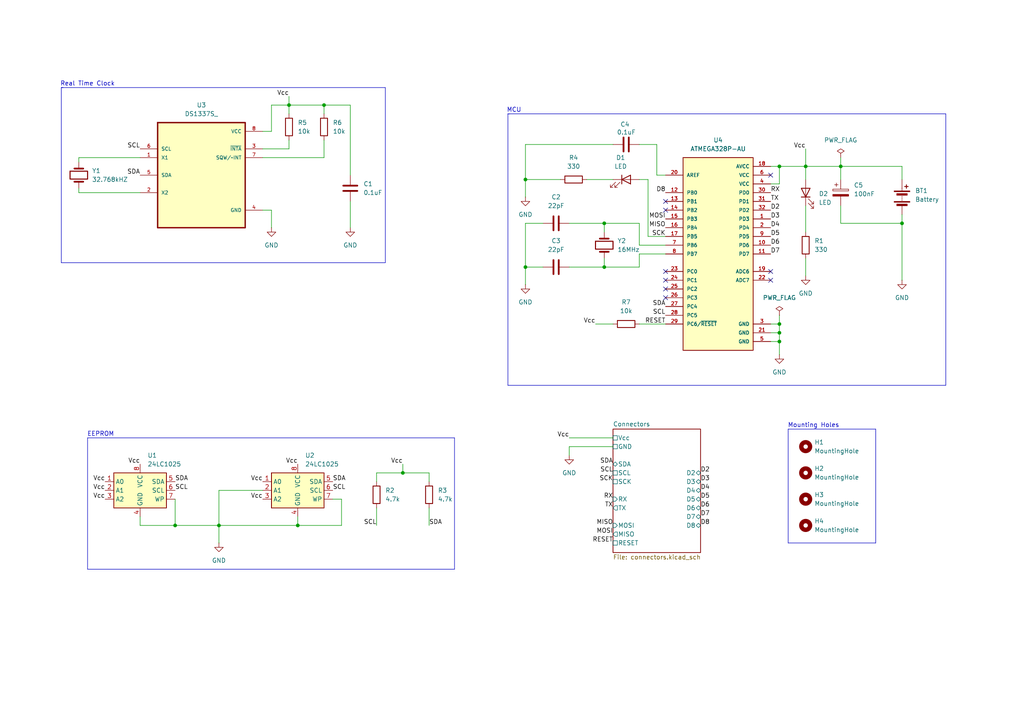
<source format=kicad_sch>
(kicad_sch (version 20250114) (generator "eeschema") (generator_version "9.0")
  (paper "A4")
  (title_block (title "${project_name}") (date "2025-11-02") (rev "1") (company "Mad Tech T"))
  (lib_symbols
    (symbol "ATMEGA328P-AU:ATMEGA328P-AU" (pin_names (offset 1.016))
      (property "Reference" "U4" (at 0 33.02 0))
      (property "Value" "ATMEGA328P-AU" (at 0 30.48 0))
      (symbol "ATMEGA328P-AU_0_0"
        (rectangle (start -10.16 -27.94) (end 10.16 27.94) (stroke (width 0.254)) (fill (type background)))
        (pin input line (at -15.24 22.86 0) (length 5.08) (name "AREF") (number "20"))
        (pin bidirectional line (at -15.24 17.78 0) (length 5.08) (name "PB0") (number "12"))
        (pin bidirectional line (at -15.24 15.24 0) (length 5.08) (name "PB1") (number "13"))
        (pin bidirectional line (at -15.24 12.7 0) (length 5.08) (name "PB2") (number "14"))
        (pin bidirectional line (at -15.24 10.16 0) (length 5.08) (name "PB3") (number "15"))
        (pin bidirectional line (at -15.24 7.62 0) (length 5.08) (name "PB4") (number "16"))
        (pin bidirectional line (at -15.24 5.08 0) (length 5.08) (name "PB5") (number "17"))
        (pin bidirectional line (at -15.24 2.54 0) (length 5.08) (name "PB6") (number "7"))
        (pin bidirectional line (at -15.24 0 0) (length 5.08) (name "PB7") (number "8"))
        (pin bidirectional line (at -15.24 -5.08 0) (length 5.08) (name "PC0") (number "23"))
        (pin bidirectional line (at -15.24 -7.62 0) (length 5.08) (name "PC1") (number "24"))
        (pin bidirectional line (at -15.24 -10.16 0) (length 5.08) (name "PC2") (number "25"))
        (pin bidirectional line (at -15.24 -12.7 0) (length 5.08) (name "PC3") (number "26"))
        (pin bidirectional line (at -15.24 -15.24 0) (length 5.08) (name "PC4") (number "27"))
        (pin bidirectional line (at -15.24 -17.78 0) (length 5.08) (name "PC5") (number "28"))
        (pin bidirectional line (at -15.24 -20.32 0) (length 5.08) (name "PC6/~{RESET}") (number "29"))
        (pin power_in line (at 15.24 25.4 180) (length 5.08) (name "AVCC") (number "18"))
        (pin power_in line (at 15.24 22.86 180) (length 5.08) (name "VCC") (number "6"))
        (pin power_in line (at 15.24 20.32 180) (length 5.08) (name "VCC") (number "4"))
        (pin bidirectional line (at 15.24 17.78 180) (length 5.08) (name "PD0") (number "30"))
        (pin bidirectional line (at 15.24 15.24 180) (length 5.08) (name "PD1") (number "31"))
        (pin bidirectional line (at 15.24 12.7 180) (length 5.08) (name "PD2") (number "32"))
        (pin bidirectional line (at 15.24 10.16 180) (length 5.08) (name "PD3") (number "1"))
        (pin bidirectional line (at 15.24 7.62 180) (length 5.08) (name "PD4") (number "2"))
        (pin bidirectional line (at 15.24 5.08 180) (length 5.08) (name "PD5") (number "9"))
        (pin bidirectional line (at 15.24 2.54 180) (length 5.08) (name "PD6") (number "10"))
        (pin bidirectional line (at 15.24 0 180) (length 5.08) (name "PD7") (number "11"))
        (pin bidirectional line (at 15.24 -5.08 180) (length 5.08) (name "ADC6") (number "19"))
        (pin bidirectional line (at 15.24 -7.62 180) (length 5.08) (name "ADC7") (number "22"))
        (pin power_in line (at 15.24 -20.32 180) (length 5.08) (name "GND") (number "3"))
        (pin power_in line (at 15.24 -22.86 180) (length 5.08) (name "GND") (number "21"))
        (pin power_in line (at 15.24 -25.4 180) (length 5.08) (name "GND") (number "5"))
      )
    )
    (symbol "DS1337S_:DS1337S_" (pin_names (offset 1.016))
      (property "Reference" "U" (at -12.7 16.24 0))
      (property "Value" "DS1337S_" (at -12.7 -19.24 0))
      (symbol "DS1337S__0_0"
        (rectangle (start -12.7 -15.24) (end 12.7 15.24) (stroke (width 0.41)) (fill (type background)))
        (pin input line (at -17.78 7.62 0) (length 5.08) (name "SCL") (number "6"))
        (pin input line (at -17.78 5.08 0) (length 5.08) (name "X1") (number "1"))
        (pin bidirectional line (at -17.78 0 0) (length 5.08) (name "SDA") (number "5"))
        (pin bidirectional line (at -17.78 -5.08 0) (length 5.08) (name "X2") (number "2"))
        (pin power_in line (at 17.78 12.7 180) (length 5.08) (name "VCC") (number "8"))
        (pin output line (at 17.78 7.62 180) (length 5.08) (name "~{INTA}") (number "3"))
        (pin output line (at 17.78 5.08 180) (length 5.08) (name "SQW/~INT") (number "7"))
        (pin power_in line (at 17.78 -10.16 180) (length 5.08) (name "GND") (number "4"))
      )
    )
    (symbol "Device:Battery" (pin_numbers (hide yes)) (pin_names (offset 0) (hide yes))
      (property "Reference" "BT" (at 2.54 2.54 0))
      (property "Value" "Battery" (at 2.54 0 0))
      (symbol "Battery_0_1"
        (rectangle (start -2.286 1.778) (end 2.286 1.524) (fill (type outline)))
        (rectangle (start -2.286 -1.27) (end 2.286 -1.524) (fill (type outline)))
        (rectangle (start -1.524 1.016) (end 1.524 0.508) (fill (type outline)))
        (rectangle (start -1.524 -2.032) (end 1.524 -2.54) (fill (type outline)))
        (polyline (pts (xy 0 1.778) (xy 0 2.54)))
        (polyline (pts (xy 0 0) (xy 0 0.254)))
        (polyline (pts (xy 0 -0.508) (xy 0 -0.254)))
        (polyline (pts (xy 0 -1.016) (xy 0 -0.762)))
        (polyline (pts (xy 0.762 3.048) (xy 1.778 3.048)) (stroke (width 0.254)))
        (polyline (pts (xy 1.27 3.556) (xy 1.27 2.54)) (stroke (width 0.254)))
      )
      (symbol "Battery_1_1"
        (pin passive line (at 0 5.08 270) (length 2.54) (name "+") (number "1"))
        (pin passive line (at 0 -5.08 90) (length 2.54) (name "-") (number "2"))
      )
    )
    (symbol "Device:C" (pin_numbers (hide yes)) (pin_names (offset 0.254))
      (property "Reference" "C" (at 0.635 2.54 0))
      (property "Value" "C" (at 0.635 -2.54 0))
      (symbol "C_0_1"
        (polyline (pts (xy -2.032 0.762) (xy 2.032 0.762)) (stroke (width 0.508)))
        (polyline (pts (xy -2.032 -0.762) (xy 2.032 -0.762)) (stroke (width 0.508)))
      )
      (symbol "C_1_1"
        (pin passive line (at 0 3.81 270) (length 2.794) (name "~") (number "1"))
        (pin passive line (at 0 -3.81 90) (length 2.794) (name "~") (number "2"))
      )
    )
    (symbol "Device:C_Polarized" (pin_numbers (hide yes)) (pin_names (offset 0.254))
      (property "Reference" "C" (at 0.635 2.54 0))
      (property "Value" "C_Polarized" (at 0.635 -2.54 0))
      (symbol "C_Polarized_0_1"
        (rectangle (start -2.286 0.508) (end 2.286 1.016))
        (polyline (pts (xy -1.778 2.286) (xy -0.762 2.286)))
        (polyline (pts (xy -1.27 2.794) (xy -1.27 1.778)))
        (rectangle (start 2.286 -0.508) (end -2.286 -1.016) (fill (type outline)))
      )
      (symbol "C_Polarized_1_1"
        (pin passive line (at 0 3.81 270) (length 2.794) (name "~") (number "1"))
        (pin passive line (at 0 -3.81 90) (length 2.794) (name "~") (number "2"))
      )
    )
    (symbol "Device:Crystal" (pin_numbers (hide yes)) (pin_names (offset 1.016) (hide yes))
      (property "Reference" "Y" (at 0 3.81 0))
      (property "Value" "Crystal" (at 0 -3.81 0))
      (symbol "Crystal_0_1"
        (polyline (pts (xy -2.54 0) (xy -1.905 0)))
        (polyline (pts (xy -1.905 -1.27) (xy -1.905 1.27)) (stroke (width 0.508)))
        (rectangle (start -1.143 2.54) (end 1.143 -2.54) (stroke (width 0.3048)))
        (polyline (pts (xy 1.905 -1.27) (xy 1.905 1.27)) (stroke (width 0.508)))
        (polyline (pts (xy 2.54 0) (xy 1.905 0)))
      )
      (symbol "Crystal_1_1"
        (pin passive line (at -3.81 0 0) (length 1.27) (name "1") (number "1"))
        (pin passive line (at 3.81 0 180) (length 1.27) (name "2") (number "2"))
      )
    )
    (symbol "Device:LED" (pin_numbers (hide yes)) (pin_names (offset 1.016) (hide yes))
      (property "Reference" "D" (at 0 2.54 0))
      (property "Value" "LED" (at 0 -2.54 0))
      (symbol "LED_0_1"
        (polyline (pts (xy -3.048 -0.762) (xy -4.572 -2.286) (xy -3.81 -2.286) (xy -4.572 -2.286) (xy -4.572 -1.524)))
        (polyline (pts (xy -1.778 -0.762) (xy -3.302 -2.286) (xy -2.54 -2.286) (xy -3.302 -2.286) (xy -3.302 -1.524)))
        (polyline (pts (xy -1.27 0) (xy 1.27 0)))
        (polyline (pts (xy -1.27 -1.27) (xy -1.27 1.27)) (stroke (width 0.254)))
        (polyline (pts (xy 1.27 -1.27) (xy 1.27 1.27) (xy -1.27 0) (xy 1.27 -1.27)) (stroke (width 0.254)))
      )
      (symbol "LED_1_1"
        (pin passive line (at -3.81 0 0) (length 2.54) (name "K") (number "1"))
        (pin passive line (at 3.81 0 180) (length 2.54) (name "A") (number "2"))
      )
    )
    (symbol "Device:R" (pin_numbers (hide yes)) (pin_names (offset 0))
      (property "Reference" "R" (at 2.032 0 90))
      (property "Value" "R" (at 0 0 90))
      (symbol "R_0_1"
        (rectangle (start -1.016 -2.54) (end 1.016 2.54) (stroke (width 0.254)))
      )
      (symbol "R_1_1"
        (pin passive line (at 0 3.81 270) (length 1.27) (name "~") (number "1"))
        (pin passive line (at 0 -3.81 90) (length 1.27) (name "~") (number "2"))
      )
    )
    (symbol "Mechanical:MountingHole" (pin_names (offset 1.016)) (in_bom no)
      (property "Reference" "H" (at 0 5.08 0))
      (property "Value" "MountingHole" (at 0 3.175 0))
      (symbol "MountingHole_0_1"
        (circle (center 0 0) (radius 1.27) (stroke (width 1.27)))
      )
    )
    (symbol "Memory_EEPROM:24LC1025"
      (property "Reference" "U" (at -6.35 6.35 0))
      (property "Value" "24LC1025" (at 1.27 6.35 0))
      (symbol "24LC1025_1_1"
        (rectangle (start -7.62 5.08) (end 7.62 -5.08) (stroke (width 0.254)) (fill (type background)))
        (pin input line (at -10.16 2.54 0) (length 2.54) (name "A0") (number "1"))
        (pin input line (at -10.16 0 0) (length 2.54) (name "A1") (number "2"))
        (pin input line (at -10.16 -2.54 0) (length 2.54) (name "A2") (number "3"))
        (pin power_in line (at 0 7.62 270) (length 2.54) (name "VCC") (number "8"))
        (pin power_in line (at 0 -7.62 90) (length 2.54) (name "GND") (number "4"))
        (pin bidirectional line (at 10.16 2.54 180) (length 2.54) (name "SDA") (number "5"))
        (pin input line (at 10.16 0 180) (length 2.54) (name "SCL") (number "6"))
        (pin input line (at 10.16 -2.54 180) (length 2.54) (name "WP") (number "7"))
      )
    )
    (symbol "power:GND" (power) (pin_numbers (hide yes)) (pin_names (offset 0) (hide yes))
      (property "Value" "GND" (at 0 -3.81 0))
      (symbol "GND_0_1"
        (polyline (pts (xy 0 0) (xy 0 -1.27) (xy 1.27 -1.27) (xy 0 -2.54) (xy -1.27 -1.27) (xy 0 -1.27)))
      )
      (symbol "GND_1_1"
        (pin power_in line (at 0 0 270) (length 0) (name "~") (number "1"))
      )
    )
    (symbol "power:PWR_FLAG" (power) (pin_numbers (hide yes)) (pin_names (offset 0) (hide yes))
      (property "Value" "PWR_FLAG" (at 0 3.81 0))
      (symbol "PWR_FLAG_0_0"
        (pin power_out line (at 0 0 90) (length 0) (name "~") (number "1"))
      )
      (symbol "PWR_FLAG_0_1"
        (polyline (pts (xy 0 0) (xy 0 1.27) (xy -1.016 1.905) (xy 0 2.54) (xy 1.016 1.905) (xy 0 1.27)))
      )
    )
  )
  (text "MCU" (at 149.098 32.004 0) (effects (font (size 1.27 1.27))))
  (text "EEPROM" (at 29.21 125.984 0) (effects (font (size 1.27 1.27))))
  (text "Mounting Holes" (at 235.966 123.444 0) (effects (font (size 1.27 1.27))))
  (text "Real Time Clock" (at 25.4 24.384 0) (effects (font (size 1.27 1.27))))
  (junction (at 226.06 48.26))
  (junction (at 116.84 137.16))
  (junction (at 86.36 152.4))
  (junction (at 226.06 99.06))
  (junction (at 175.26 77.47))
  (junction (at 243.84 48.26))
  (junction (at 226.06 93.98))
  (junction (at 233.68 48.26))
  (junction (at 226.06 96.52))
  (junction (at 261.62 64.77))
  (junction (at 50.8 152.4))
  (junction (at 63.5 152.4))
  (junction (at 175.26 64.77))
  (junction (at 152.4 77.47))
  (junction (at 83.82 30.48))
  (junction (at 93.98 30.48))
  (junction (at 152.4 52.07))
  (no_connect (at 193.04 81.28))
  (no_connect (at 223.52 81.28))
  (no_connect (at 193.04 83.82))
  (no_connect (at 193.04 78.74))
  (no_connect (at 223.52 78.74))
  (no_connect (at 193.04 58.42))
  (no_connect (at 193.04 60.96))
  (no_connect (at 223.52 50.8))
  (no_connect (at 193.04 86.36))
  (wire (pts (xy 101.6 58.42) (xy 101.6 66.04)))
  (wire (pts (xy 261.62 64.77) (xy 261.62 62.23)))
  (wire (pts (xy 76.2 45.72) (xy 93.98 45.72)))
  (wire (pts (xy 109.22 139.7) (xy 109.22 137.16)))
  (wire (pts (xy 165.1 127) (xy 177.8 127)))
  (wire (pts (xy 93.98 30.48) (xy 93.98 33.02)))
  (wire (pts (xy 193.04 50.8) (xy 190.5 50.8)))
  (wire (pts (xy 243.84 64.77) (xy 261.62 64.77)))
  (wire (pts (xy 101.6 50.8) (xy 101.6 30.48)))
  (wire (pts (xy 40.64 45.72) (xy 22.86 45.72)))
  (wire (pts (xy 152.4 77.47) (xy 152.4 64.77)))
  (wire (pts (xy 101.6 30.48) (xy 93.98 30.48)))
  (polyline (pts (xy 228.6 157.48) (xy 254 157.48)))
  (wire (pts (xy 223.52 53.34) (xy 226.06 53.34)))
  (wire (pts (xy 152.4 41.91) (xy 152.4 52.07)))
  (wire (pts (xy 83.82 43.18) (xy 83.82 40.64)))
  (wire (pts (xy 170.18 52.07) (xy 177.8 52.07)))
  (wire (pts (xy 185.42 64.77) (xy 175.26 64.77)))
  (wire (pts (xy 261.62 64.77) (xy 261.62 81.28)))
  (wire (pts (xy 78.74 30.48) (xy 83.82 30.48)))
  (wire (pts (xy 83.82 30.48) (xy 93.98 30.48)))
  (wire (pts (xy 76.2 43.18) (xy 83.82 43.18)))
  (wire (pts (xy 223.52 48.26) (xy 226.06 48.26)))
  (wire (pts (xy 86.36 149.86) (xy 86.36 152.4)))
  (wire (pts (xy 165.1 129.54) (xy 165.1 132.08)))
  (wire (pts (xy 233.68 48.26) (xy 233.68 52.07)))
  (wire (pts (xy 187.96 68.58) (xy 193.04 68.58)))
  (polyline (pts (xy 17.78 25.4) (xy 18.288 25.4)))
  (wire (pts (xy 190.5 50.8) (xy 190.5 41.91)))
  (polyline (pts (xy 17.78 76.2) (xy 17.78 25.4)))
  (wire (pts (xy 165.1 64.77) (xy 175.26 64.77)))
  (wire (pts (xy 99.06 144.78) (xy 99.06 152.4)))
  (wire (pts (xy 50.8 144.78) (xy 50.8 152.4)))
  (wire (pts (xy 185.42 71.12) (xy 185.42 64.77)))
  (wire (pts (xy 109.22 147.32) (xy 109.22 152.4)))
  (polyline (pts (xy 25.4 165.1) (xy 131.826 165.1)))
  (wire (pts (xy 76.2 142.24) (xy 63.5 142.24)))
  (wire (pts (xy 22.86 45.72) (xy 22.86 46.99)))
  (wire (pts (xy 233.68 74.93) (xy 233.68 80.01)))
  (wire (pts (xy 185.42 71.12) (xy 193.04 71.12)))
  (polyline (pts (xy 25.4 127) (xy 25.4 165.1)))
  (wire (pts (xy 177.8 41.91) (xy 152.4 41.91)))
  (polyline (pts (xy 274.32 111.76) (xy 147.32 111.76)))
  (wire (pts (xy 78.74 60.96) (xy 78.74 66.04)))
  (wire (pts (xy 152.4 64.77) (xy 157.48 64.77)))
  (wire (pts (xy 96.52 144.78) (xy 99.06 144.78)))
  (polyline (pts (xy 147.32 111.76) (xy 147.32 33.02)))
  (wire (pts (xy 243.84 52.07) (xy 243.84 48.26)))
  (wire (pts (xy 233.68 59.69) (xy 233.68 67.31)))
  (wire (pts (xy 99.06 152.4) (xy 86.36 152.4)))
  (wire (pts (xy 226.06 93.98) (xy 226.06 96.52)))
  (wire (pts (xy 223.52 93.98) (xy 226.06 93.98)))
  (polyline (pts (xy 274.32 33.02) (xy 274.32 111.76)))
  (wire (pts (xy 124.46 137.16) (xy 124.46 139.7)))
  (wire (pts (xy 83.82 27.94) (xy 83.82 30.48)))
  (wire (pts (xy 175.26 77.47) (xy 165.1 77.47)))
  (wire (pts (xy 76.2 60.96) (xy 78.74 60.96)))
  (wire (pts (xy 175.26 64.77) (xy 175.26 67.31)))
  (wire (pts (xy 116.84 134.62) (xy 116.84 137.16)))
  (wire (pts (xy 243.84 48.26) (xy 233.68 48.26)))
  (wire (pts (xy 185.42 52.07) (xy 187.96 52.07)))
  (wire (pts (xy 63.5 157.48) (xy 63.5 152.4)))
  (wire (pts (xy 63.5 142.24) (xy 63.5 152.4)))
  (wire (pts (xy 226.06 91.44) (xy 226.06 93.98)))
  (wire (pts (xy 223.52 96.52) (xy 226.06 96.52)))
  (polyline (pts (xy 254 124.46) (xy 228.6 124.46)))
  (wire (pts (xy 177.8 129.54) (xy 165.1 129.54)))
  (wire (pts (xy 261.62 52.07) (xy 261.62 48.26)))
  (wire (pts (xy 226.06 96.52) (xy 226.06 99.06)))
  (wire (pts (xy 109.22 137.16) (xy 116.84 137.16)))
  (wire (pts (xy 226.06 99.06) (xy 226.06 102.87)))
  (wire (pts (xy 185.42 77.47) (xy 175.26 77.47)))
  (wire (pts (xy 175.26 74.93) (xy 175.26 77.47)))
  (wire (pts (xy 243.84 45.72) (xy 243.84 48.26)))
  (wire (pts (xy 187.96 52.07) (xy 187.96 68.58)))
  (polyline (pts (xy 25.4 127) (xy 131.826 127)))
  (wire (pts (xy 124.46 147.32) (xy 124.46 152.4)))
  (wire (pts (xy 243.84 59.69) (xy 243.84 64.77)))
  (wire (pts (xy 40.64 149.86) (xy 40.64 152.4)))
  (polyline (pts (xy 111.76 76.2) (xy 17.78 76.2)))
  (polyline (pts (xy 111.76 25.4) (xy 111.76 76.2)))
  (wire (pts (xy 63.5 152.4) (xy 86.36 152.4)))
  (polyline (pts (xy 17.78 25.4) (xy 111.76 25.4)))
  (polyline (pts (xy 131.826 165.1) (xy 131.826 127)))
  (wire (pts (xy 83.82 30.48) (xy 83.82 33.02)))
  (wire (pts (xy 76.2 38.1) (xy 78.74 38.1)))
  (wire (pts (xy 185.42 41.91) (xy 190.5 41.91)))
  (wire (pts (xy 116.84 137.16) (xy 124.46 137.16)))
  (wire (pts (xy 226.06 48.26) (xy 233.68 48.26)))
  (wire (pts (xy 78.74 38.1) (xy 78.74 30.48)))
  (wire (pts (xy 152.4 52.07) (xy 152.4 57.15)))
  (polyline (pts (xy 147.32 33.02) (xy 147.828 33.02)))
  (wire (pts (xy 233.68 43.18) (xy 233.68 48.26)))
  (wire (pts (xy 185.42 93.98) (xy 193.04 93.98)))
  (wire (pts (xy 193.04 73.66) (xy 185.42 73.66)))
  (wire (pts (xy 152.4 77.47) (xy 152.4 82.55)))
  (wire (pts (xy 157.48 77.47) (xy 152.4 77.47)))
  (wire (pts (xy 40.64 55.88) (xy 22.86 55.88)))
  (wire (pts (xy 223.52 99.06) (xy 226.06 99.06)))
  (polyline (pts (xy 254 157.48) (xy 254 124.46)))
  (wire (pts (xy 93.98 45.72) (xy 93.98 40.64)))
  (polyline (pts (xy 228.6 124.46) (xy 228.6 157.48)))
  (wire (pts (xy 185.42 73.66) (xy 185.42 77.47)))
  (wire (pts (xy 63.5 152.4) (xy 50.8 152.4)))
  (wire (pts (xy 243.84 48.26) (xy 261.62 48.26)))
  (wire (pts (xy 50.8 152.4) (xy 40.64 152.4)))
  (wire (pts (xy 162.56 52.07) (xy 152.4 52.07)))
  (wire (pts (xy 226.06 48.26) (xy 226.06 53.34)))
  (wire (pts (xy 22.86 55.88) (xy 22.86 54.61)))
  (polyline (pts (xy 147.32 33.02) (xy 274.32 33.02)))
  (wire (pts (xy 172.72 93.98) (xy 177.8 93.98)))
  (label "Vcc" (at 76.2 139.7 180))
  (label "MISO" (at 177.8 152.4 180))
  (label "D6" (at 223.52 71.12 0))
  (label "Vcc" (at 30.48 142.24 180))
  (label "D3" (at 203.2 139.7 0))
  (label "Vcc" (at 172.72 93.98 180))
  (label "D8" (at 203.2 152.4 0))
  (label "SDA" (at 124.46 152.4 0))
  (label "D3" (at 223.52 63.5 0))
  (label "RX" (at 177.8 144.78 180))
  (label "Vcc" (at 30.48 139.7 180))
  (label "TX" (at 177.8 147.32 180))
  (label "SCL" (at 109.22 152.4 180))
  (label "RESET" (at 177.8 157.48 180))
  (label "Vcc" (at 86.36 134.62 180))
  (label "SCL" (at 40.64 43.18 180))
  (label "Vcc" (at 30.48 144.78 180))
  (label "SCL" (at 50.8 142.24 0))
  (label "D7" (at 223.52 73.66 0))
  (label "D5" (at 203.2 144.78 0))
  (label "Vcc" (at 40.64 134.62 180))
  (label "SDA" (at 50.8 139.7 0))
  (label "D4" (at 203.2 142.24 0))
  (label "Vcc" (at 83.82 27.94 180))
  (label "D2" (at 203.2 137.16 0))
  (label "SDA" (at 96.52 139.7 0))
  (label "D6" (at 203.2 147.32 0))
  (label "RX" (at 223.52 55.88 0))
  (label "MOSI" (at 193.04 63.5 180))
  (label "SDA" (at 40.64 50.8 180))
  (label "D4" (at 223.52 66.04 0))
  (label "Vcc" (at 165.1 127 180))
  (label "MOSI" (at 177.8 154.94 180))
  (label "SCL" (at 96.52 142.24 0))
  (label "SCK" (at 177.8 139.7 180))
  (label "D7" (at 203.2 149.86 0))
  (label "MISO" (at 193.04 66.04 180))
  (label "RESET" (at 193.04 93.98 180))
  (label "SDA" (at 193.04 88.9 180))
  (label "SDA" (at 177.8 134.62 180))
  (label "SCL" (at 193.04 91.44 180))
  (label "Vcc" (at 233.68 43.18 180))
  (label "SCL" (at 177.8 137.16 180))
  (label "D8" (at 193.04 55.88 180))
  (label "D2" (at 223.52 60.96 0))
  (label "Vcc" (at 116.84 134.62 180))
  (label "Vcc" (at 76.2 144.78 180))
  (label "D5" (at 223.52 68.58 0))
  (label "SCK" (at 193.04 68.58 180))
  (label "TX" (at 223.52 58.42 0))
  (symbol (lib_id "power:GND") (at 226.06 102.87 0) (unit 1)
    (property "Reference" "#PWR08" (effects (hide yes)))
    (property "Value" "GND" (at 226.06 107.95 0))
    (property "Description" "Power symbol creates a global label with name \"GND\" , ground" (effects (hide yes)))
  )
  (symbol (lib_id "power:GND") (at 78.74 66.04 0) (unit 1)
    (property "Reference" "#PWR02" (effects (hide yes)))
    (property "Value" "GND" (at 78.74 71.12 0))
    (property "Description" "Power symbol creates a global label with name \"GND\" , ground" (effects (hide yes)))
  )
  (symbol (lib_id "Mechanical:MountingHole") (at 233.68 129.54 0) (unit 1) (in_bom no)
    (property "Reference" "H1" (at 236.22 128.2699 0) (effects (justify left)))
    (property "Value" "MountingHole" (at 236.22 130.8099 0) (effects (justify left)))
    (property "Footprint" "MountingHole:MountingHole_2.1mm" (effects (hide yes)))
    (property "Description" "Mounting Hole without connection" (effects (hide yes)))
  )
  (symbol (lib_id "power:GND") (at 63.5 157.48 0) (unit 1)
    (property "Reference" "#PWR01" (effects (hide yes)))
    (property "Value" "GND" (at 63.5 162.56 0))
    (property "Description" "Power symbol creates a global label with name \"GND\" , ground" (effects (hide yes)))
  )
  (symbol (lib_id "DS1337S_:DS1337S_") (at 58.42 50.8 0) (unit 1)
    (property "Reference" "U3" (at 58.42 30.48 0))
    (property "Value" "DS1337S_" (at 58.42 33.02 0))
    (property "Footprint" "MCU_Datalogger_Footprints:SOIC127P600X175-8N" (effects (hide yes)))
    (property "MF" "Maxim Integrated Products" (effects (hide yes)))
    (property "Description_1" "Real Time Clock (RTC) IC Clock/Calendar I2C, 2-Wire Serial 8-SOIC (0.154, 3.90mm Width)" (effects (hide yes)))
    (property "Package" "SOIC-8 Maxim" (effects (hide yes)))
    (property "Price" "None" (effects (hide yes)))
    (property "SnapEDA_Link" "https://www.snapeda.com/parts/DS1337S+/Maxim+Integrated/view-part/?ref=snap" (effects (hide yes)))
    (property "MP" "DS1337S+" (effects (hide yes)))
    (property "Availability" "In Stock" (effects (hide yes)))
    (property "Check_prices" "https://www.snapeda.com/parts/DS1337S+/Maxim+Integrated/view-part/?ref=eda" (effects (hide yes)))
  )
  (symbol (lib_id "Device:LED") (at 181.61 52.07 0) (unit 1)
    (property "Reference" "D1" (at 180.0225 45.72 0))
    (property "Value" "LED" (at 180.0225 48.26 0))
    (property "Footprint" "LED_SMD:LED_0805_2012Metric" (effects (hide yes)))
    (property "Description" "Light emitting diode" (effects (hide yes)))
    (property "Sim.Pins" "1=K 2=A" (effects (hide yes)))
  )
  (symbol (lib_id "power:GND") (at 152.4 57.15 0) (unit 1)
    (property "Reference" "#PWR05" (effects (hide yes)))
    (property "Value" "GND" (at 152.4 62.23 0))
    (property "Description" "Power symbol creates a global label with name \"GND\" , ground" (effects (hide yes)))
  )
  (symbol (lib_id "power:PWR_FLAG") (at 226.06 91.44 0) (unit 1)
    (property "Reference" "#FLG02" (effects (hide yes)))
    (property "Value" "PWR_FLAG" (at 226.06 86.36 0))
    (property "Description" "Special symbol for telling ERC where power comes from" (effects (hide yes)))
  )
  (symbol (lib_id "Device:Crystal") (at 22.86 50.8 90) (unit 1)
    (property "Reference" "Y1" (at 26.67 49.5299 90) (effects (justify right)))
    (property "Value" "32.768kHZ" (at 26.67 52.0699 90) (effects (justify right)))
    (property "Footprint" "Crystal:Crystal_SMD_5032-2Pin_5.0x3.2mm" (effects (hide yes)))
    (property "Description" "Two pin crystal" (effects (hide yes)))
  )
  (symbol (lib_id "Device:Battery") (at 261.62 57.15 0) (unit 1)
    (property "Reference" "BT1" (at 265.43 55.3084 0) (effects (justify left)))
    (property "Value" "Battery" (at 265.43 57.8484 0) (effects (justify left)))
    (property "Footprint" "Connector_PinHeader_2.54mm:PinHeader_1x02_P2.54mm_Vertical" (effects (hide yes)))
    (property "Description" "Multiple-cell battery" (effects (hide yes)))
  )
  (symbol (lib_id "Device:LED") (at 233.68 55.88 90) (unit 1)
    (property "Reference" "D2" (at 237.49 56.1974 90) (effects (justify right)))
    (property "Value" "LED" (at 237.49 58.7374 90) (effects (justify right)))
    (property "Footprint" "LED_SMD:LED_0805_2012Metric" (effects (hide yes)))
    (property "Description" "Light emitting diode" (effects (hide yes)))
    (property "Sim.Pins" "1=K 2=A" (effects (hide yes)))
  )
  (symbol (lib_id "power:GND") (at 101.6 66.04 0) (unit 1)
    (property "Reference" "#PWR03" (effects (hide yes)))
    (property "Value" "GND" (at 101.6 71.12 0))
    (property "Description" "Power symbol creates a global label with name \"GND\" , ground" (effects (hide yes)))
  )
  (symbol (lib_id "Mechanical:MountingHole") (at 233.68 137.16 0) (unit 1) (in_bom no)
    (property "Reference" "H2" (at 236.22 135.8899 0) (effects (justify left)))
    (property "Value" "MountingHole" (at 236.22 138.4299 0) (effects (justify left)))
    (property "Footprint" "MountingHole:MountingHole_2.1mm" (effects (hide yes)))
    (property "Description" "Mounting Hole without connection" (effects (hide yes)))
  )
  (symbol (lib_id "Device:R") (at 109.22 143.51 0) (unit 1)
    (property "Reference" "R2" (at 111.76 142.2399 0) (effects (justify left)))
    (property "Value" "4.7k" (at 111.76 144.7799 0) (effects (justify left)))
    (property "Footprint" "Resistor_SMD:R_0805_2012Metric" (effects (hide yes)))
    (property "Description" "Resistor" (effects (hide yes)))
  )
  (symbol (lib_id "power:PWR_FLAG") (at 243.84 45.72 0) (unit 1)
    (property "Reference" "#FLG01" (effects (hide yes)))
    (property "Value" "PWR_FLAG" (at 243.84 40.64 0))
    (property "Description" "Special symbol for telling ERC where power comes from" (effects (hide yes)))
  )
  (symbol (lib_id "power:GND") (at 233.68 80.01 0) (unit 1)
    (property "Reference" "#PWR06" (effects (hide yes)))
    (property "Value" "GND" (at 233.68 85.09 0))
    (property "Description" "Power symbol creates a global label with name \"GND\" , ground" (effects (hide yes)))
  )
  (symbol (lib_id "Mechanical:MountingHole") (at 233.68 152.4 0) (unit 1) (in_bom no)
    (property "Reference" "H4" (at 236.22 151.1299 0) (effects (justify left)))
    (property "Value" "MountingHole" (at 236.22 153.6699 0) (effects (justify left)))
    (property "Footprint" "MountingHole:MountingHole_2.1mm" (effects (hide yes)))
    (property "Description" "Mounting Hole without connection" (effects (hide yes)))
  )
  (symbol (lib_id "Device:R") (at 166.37 52.07 90) (unit 1)
    (property "Reference" "R4" (at 166.37 45.72 90))
    (property "Value" "330" (at 166.37 48.26 90))
    (property "Footprint" "Resistor_SMD:R_0805_2012Metric" (effects (hide yes)))
    (property "Description" "Resistor" (effects (hide yes)))
  )
  (symbol (lib_id "Device:C") (at 161.29 64.77 90) (unit 1)
    (property "Reference" "C2" (at 161.29 57.15 90))
    (property "Value" "22pF" (at 161.29 59.69 90))
    (property "Footprint" "Capacitor_SMD:C_0805_2012Metric" (effects (hide yes)))
    (property "Description" "Unpolarized capacitor" (effects (hide yes)))
  )
  (symbol (lib_id "Memory_EEPROM:24LC1025") (at 86.36 142.24 0) (unit 1)
    (property "Reference" "U2" (at 88.5033 132.08 0) (effects (justify left)))
    (property "Value" "24LC1025" (at 88.5033 134.62 0) (effects (justify left)))
    (property "Footprint" "Package_SO:SOIC-8_5.3x5.3mm_P1.27mm" (effects (hide yes)))
    (property "Datasheet" "http://ww1.microchip.com/downloads/en/DeviceDoc/21941B.pdf" (effects (hide yes)))
    (property "Description" "I2C Serial EEPROM, 1024Kb, DIP-8/SOIC-8/TSSOP-8/DFN-8" (effects (hide yes)))
  )
  (symbol (lib_id "Device:R") (at 83.82 36.83 0) (unit 1)
    (property "Reference" "R5" (at 86.36 35.5599 0) (effects (justify left)))
    (property "Value" "10k" (at 86.36 38.0999 0) (effects (justify left)))
    (property "Footprint" "Resistor_SMD:R_0805_2012Metric" (effects (hide yes)))
    (property "Description" "Resistor" (effects (hide yes)))
  )
  (symbol (lib_id "power:GND") (at 165.1 132.08 0) (unit 1)
    (property "Reference" "#PWR09" (effects (hide yes)))
    (property "Value" "GND" (at 165.1 137.16 0))
    (property "Description" "Power symbol creates a global label with name \"GND\" , ground" (effects (hide yes)))
  )
  (symbol (lib_id "Device:R") (at 181.61 93.98 90) (unit 1)
    (property "Reference" "R7" (at 181.61 87.63 90))
    (property "Value" "10k" (at 181.61 90.17 90))
    (property "Footprint" "Resistor_SMD:R_0805_2012Metric" (effects (hide yes)))
    (property "Description" "Resistor" (effects (hide yes)))
  )
  (symbol (lib_id "power:GND") (at 152.4 82.55 0) (unit 1)
    (property "Reference" "#PWR04" (effects (hide yes)))
    (property "Value" "GND" (at 152.4 87.63 0))
    (property "Description" "Power symbol creates a global label with name \"GND\" , ground" (effects (hide yes)))
  )
  (symbol (lib_id "Device:Crystal") (at 175.26 71.12 90) (unit 1)
    (property "Reference" "Y2" (at 179.07 69.8499 90) (effects (justify right)))
    (property "Value" "16MHz" (at 179.07 72.3899 90) (effects (justify right)))
    (property "Footprint" "Crystal:Crystal_SMD_5032-2Pin_5.0x3.2mm" (effects (hide yes)))
    (property "Description" "Two pin crystal" (effects (hide yes)))
  )
  (symbol (lib_id "Device:C") (at 181.61 41.91 90) (unit 1)
    (property "Reference" "C4" (at 182.626 36.068 90) (effects (justify left)))
    (property "Value" "0.1uF" (at 184.404 38.354 90) (effects (justify left)))
    (property "Footprint" "Capacitor_SMD:C_0805_2012Metric" (effects (hide yes)))
    (property "Description" "Unpolarized capacitor" (effects (hide yes)))
  )
  (symbol (lib_id "Device:C") (at 161.29 77.47 90) (unit 1)
    (property "Reference" "C3" (at 161.29 69.85 90))
    (property "Value" "22pF" (at 161.29 72.39 90))
    (property "Footprint" "Capacitor_SMD:C_0805_2012Metric" (effects (hide yes)))
    (property "Description" "Unpolarized capacitor" (effects (hide yes)))
  )
  (symbol (lib_id "ATMEGA328P-AU:ATMEGA328P-AU") (at 208.28 73.66 0) (unit 1)
    (property "Reference" "U4" (at 208.28 40.64 0))
    (property "Value" "ATMEGA328P-AU" (at 208.28 43.18 0))
    (property "Footprint" "MCU_Datalogger_Footprints:QFP80P900X900X120-32N" (effects (hide yes)))
    (property "MF" "Microchip Technology" (effects (hide yes)))
    (property "MAXIMUM_PACKAGE_HEIGHT" "1.20mm" (effects (hide yes)))
    (property "Package" "TQFP-32 Microchip" (effects (hide yes)))
    (property "Price" "None" (effects (hide yes)))
    (property "Check_prices" "https://www.snapeda.com/parts/ATMEGA328P-AU/Microchip+Technology/view-part/?ref=eda" (effects (hide yes)))
    (property "STANDARD" "IPC-7351B" (effects (hide yes)))
    (property "PARTREV" "8271A" (effects (hide yes)))
    (property "SnapEDA_Link" "https://www.snapeda.com/parts/ATMEGA328P-AU/Microchip+Technology/view-part/?ref=snap" (effects (hide yes)))
    (property "MP" "ATMEGA328P-AU" (effects (hide yes)))
    (property "Description_1" "AVR AVR® ATmega Microcontroller IC 8-Bit 20MHz 32KB (16K x 16) FLASH 32-TQFP (7x7)" (effects (hide yes)))
    (property "Availability" "In Stock" (effects (hide yes)))
    (property "MANUFACTURER" "Microchip" (effects (hide yes)))
  )
  (symbol (lib_id "Memory_EEPROM:24LC1025") (at 40.64 142.24 0) (unit 1)
    (property "Reference" "U1" (at 42.7833 132.08 0) (effects (justify left)))
    (property "Value" "24LC1025" (at 42.7833 134.62 0) (effects (justify left)))
    (property "Footprint" "Package_SO:SOIC-8_5.3x5.3mm_P1.27mm" (effects (hide yes)))
    (property "Datasheet" "http://ww1.microchip.com/downloads/en/DeviceDoc/21941B.pdf" (effects (hide yes)))
    (property "Description" "I2C Serial EEPROM, 1024Kb, DIP-8/SOIC-8/TSSOP-8/DFN-8" (effects (hide yes)))
  )
  (symbol (lib_id "Device:R") (at 93.98 36.83 0) (unit 1)
    (property "Reference" "R6" (at 96.52 35.5599 0) (effects (justify left)))
    (property "Value" "10k" (at 96.52 38.0999 0) (effects (justify left)))
    (property "Footprint" "Resistor_SMD:R_0805_2012Metric" (effects (hide yes)))
    (property "Description" "Resistor" (effects (hide yes)))
  )
  (symbol (lib_id "power:GND") (at 261.62 81.28 0) (unit 1)
    (property "Reference" "#PWR07" (effects (hide yes)))
    (property "Value" "GND" (at 261.62 86.36 0))
    (property "Description" "Power symbol creates a global label with name \"GND\" , ground" (effects (hide yes)))
  )
  (symbol (lib_id "Device:C") (at 101.6 54.61 0) (unit 1)
    (property "Reference" "C1" (at 105.41 53.3399 0) (effects (justify left)))
    (property "Value" "0.1uF" (at 105.41 55.8799 0) (effects (justify left)))
    (property "Footprint" "Capacitor_SMD:C_0805_2012Metric" (effects (hide yes)))
    (property "Description" "Unpolarized capacitor" (effects (hide yes)))
  )
  (symbol (lib_id "Device:R") (at 233.68 71.12 0) (unit 1)
    (property "Reference" "R1" (at 236.22 69.8499 0) (effects (justify left)))
    (property "Value" "330" (at 236.22 72.3899 0) (effects (justify left)))
    (property "Footprint" "Resistor_SMD:R_0805_2012Metric" (effects (hide yes)))
    (property "Description" "Resistor" (effects (hide yes)))
  )
  (symbol (lib_id "Device:C_Polarized") (at 243.84 55.88 0) (unit 1)
    (property "Reference" "C5" (at 247.65 53.7209 0) (effects (justify left)))
    (property "Value" "100nF" (at 247.65 56.2609 0) (effects (justify left)))
    (property "Footprint" "Capacitor_SMD:C_0805_2012Metric" (effects (hide yes)))
    (property "Description" "Polarized capacitor" (effects (hide yes)))
  )
  (symbol (lib_id "Mechanical:MountingHole") (at 233.68 144.78 0) (unit 1) (in_bom no)
    (property "Reference" "H3" (at 236.22 143.5099 0) (effects (justify left)))
    (property "Value" "MountingHole" (at 236.22 146.0499 0) (effects (justify left)))
    (property "Footprint" "MountingHole:MountingHole_2.1mm" (effects (hide yes)))
    (property "Description" "Mounting Hole without connection" (effects (hide yes)))
  )
  (symbol (lib_id "Device:R") (at 124.46 143.51 0) (unit 1)
    (property "Reference" "R3" (at 127 142.2399 0) (effects (justify left)))
    (property "Value" "4.7k" (at 127 144.7799 0) (effects (justify left)))
    (property "Footprint" "Resistor_SMD:R_0805_2012Metric" (effects (hide yes)))
    (property "Description" "Resistor" (effects (hide yes)))
  )
  (sheet (at 177.8 124.46) (size 25.4 35.814) (stroke (width 0.1524))
    (property "Sheetname" "Connectors" (at 177.8 123.7484 0) (effects (justify left bottom)))
    (property "Sheetfile" "connectors.kicad_sch" (at 177.8 160.8586 0) (effects (justify left top)))
    (pin "D2" bidirectional (at 203.2 137.16 0))
    (pin "SDA" bidirectional (at 177.8 134.62 180))
    (pin "RX" input (at 177.8 144.78 180))
    (pin "D8" bidirectional (at 203.2 152.4 0))
    (pin "D6" bidirectional (at 203.2 147.32 0))
    (pin "D7" bidirectional (at 203.2 149.86 0))
    (pin "GND" passive (at 177.8 129.54 180))
    (pin "SCL" passive (at 177.8 137.16 180))
    (pin "MOSI" input (at 177.8 152.4 180))
    (pin "TX" output (at 177.8 147.32 180))
    (pin "Vcc" passive (at 177.8 127 180))
    (pin "D5" bidirectional (at 203.2 144.78 0))
    (pin "D4" bidirectional (at 203.2 142.24 0))
    (pin "D3" bidirectional (at 203.2 139.7 0))
    (pin "MISO" output (at 177.8 154.94 180))
    (pin "RESET" passive (at 177.8 157.48 180))
    (pin "SCK" passive (at 177.8 139.7 180))
  )
)
</source>
